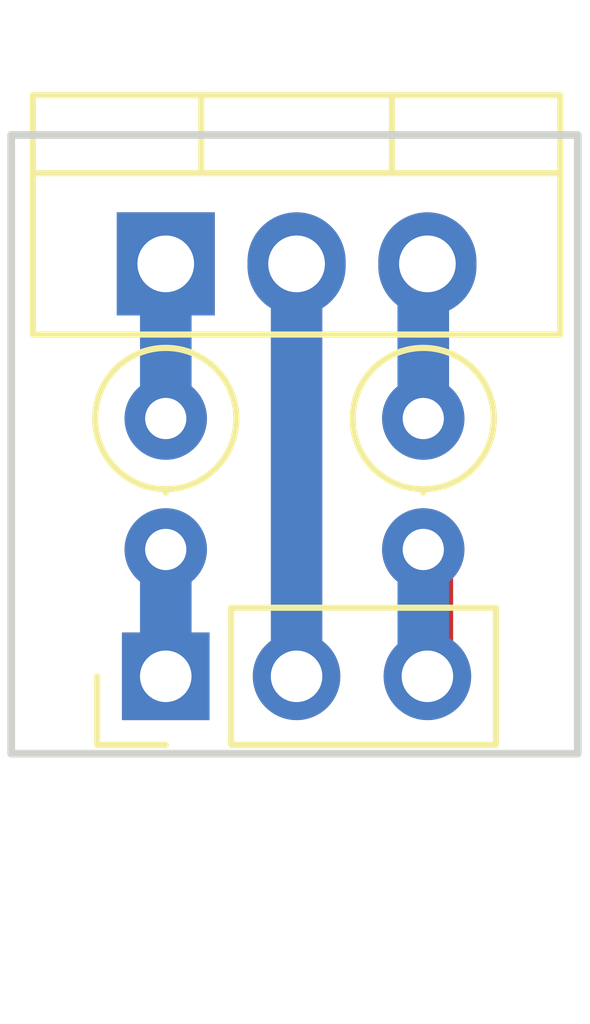
<source format=kicad_pcb>
(kicad_pcb (version 20171130) (host pcbnew "(5.0.0-3-g5ebb6b6)")

  (general
    (thickness 1.6)
    (drawings 4)
    (tracks 15)
    (zones 0)
    (modules 4)
    (nets 6)
  )

  (page A4)
  (layers
    (0 F.Cu signal)
    (31 B.Cu signal)
    (32 B.Adhes user)
    (33 F.Adhes user)
    (34 B.Paste user)
    (35 F.Paste user)
    (36 B.SilkS user)
    (37 F.SilkS user)
    (38 B.Mask user)
    (39 F.Mask user)
    (40 Dwgs.User user)
    (41 Cmts.User user)
    (42 Eco1.User user)
    (43 Eco2.User user)
    (44 Edge.Cuts user)
    (45 Margin user)
    (46 B.CrtYd user)
    (47 F.CrtYd user)
    (48 B.Fab user)
    (49 F.Fab user)
  )

  (setup
    (last_trace_width 1)
    (user_trace_width 1)
    (trace_clearance 0.2)
    (zone_clearance 0.508)
    (zone_45_only no)
    (trace_min 0.2)
    (segment_width 0.2)
    (edge_width 0.15)
    (via_size 0.8)
    (via_drill 0.4)
    (via_min_size 0.4)
    (via_min_drill 0.3)
    (uvia_size 0.3)
    (uvia_drill 0.1)
    (uvias_allowed no)
    (uvia_min_size 0.2)
    (uvia_min_drill 0.1)
    (pcb_text_width 0.3)
    (pcb_text_size 1.5 1.5)
    (mod_edge_width 0.15)
    (mod_text_size 1 1)
    (mod_text_width 0.15)
    (pad_size 1.524 1.524)
    (pad_drill 0.762)
    (pad_to_mask_clearance 0.2)
    (aux_axis_origin 0 0)
    (visible_elements FFFDFF7F)
    (pcbplotparams
      (layerselection 0x010c0_ffffffff)
      (usegerberextensions false)
      (usegerberattributes false)
      (usegerberadvancedattributes false)
      (creategerberjobfile false)
      (excludeedgelayer true)
      (linewidth 0.100000)
      (plotframeref false)
      (viasonmask false)
      (mode 1)
      (useauxorigin false)
      (hpglpennumber 1)
      (hpglpenspeed 20)
      (hpglpendiameter 15.000000)
      (psnegative false)
      (psa4output false)
      (plotreference false)
      (plotvalue false)
      (plotinvisibletext false)
      (padsonsilk false)
      (subtractmaskfromsilk false)
      (outputformat 1)
      (mirror false)
      (drillshape 0)
      (scaleselection 1)
      (outputdirectory "Gerbers"))
  )

  (net 0 "")
  (net 1 "Net-(J1-Pad1)")
  (net 2 "Net-(J1-Pad2)")
  (net 3 "Net-(J1-Pad3)")
  (net 4 "Net-(Q1-Pad1)")
  (net 5 "Net-(Q1-Pad3)")

  (net_class Default "This is the default net class."
    (clearance 0.2)
    (trace_width 0.25)
    (via_dia 0.8)
    (via_drill 0.4)
    (uvia_dia 0.3)
    (uvia_drill 0.1)
    (add_net "Net-(J1-Pad1)")
    (add_net "Net-(J1-Pad2)")
    (add_net "Net-(J1-Pad3)")
    (add_net "Net-(Q1-Pad1)")
    (add_net "Net-(Q1-Pad3)")
  )

  (module Connector_PinHeader_2.54mm:PinHeader_1x03_P2.54mm_Vertical (layer F.Cu) (tedit 5C1FBEAF) (tstamp 5C2BEF22)
    (at 127 80.5 90)
    (descr "Through hole straight pin header, 1x03, 2.54mm pitch, single row")
    (tags "Through hole pin header THT 1x03 2.54mm single row")
    (path /5C1FBCBE)
    (fp_text reference J1 (at 0 -2.33 90) (layer F.SilkS) hide
      (effects (font (size 1 1) (thickness 0.15)))
    )
    (fp_text value Conn_01x03_Male (at 0 7.41 90) (layer F.Fab)
      (effects (font (size 1 1) (thickness 0.15)))
    )
    (fp_line (start -0.635 -1.27) (end 1.27 -1.27) (layer F.Fab) (width 0.1))
    (fp_line (start 1.27 -1.27) (end 1.27 6.35) (layer F.Fab) (width 0.1))
    (fp_line (start 1.27 6.35) (end -1.27 6.35) (layer F.Fab) (width 0.1))
    (fp_line (start -1.27 6.35) (end -1.27 -0.635) (layer F.Fab) (width 0.1))
    (fp_line (start -1.27 -0.635) (end -0.635 -1.27) (layer F.Fab) (width 0.1))
    (fp_line (start -1.33 6.41) (end 1.33 6.41) (layer F.SilkS) (width 0.12))
    (fp_line (start -1.33 1.27) (end -1.33 6.41) (layer F.SilkS) (width 0.12))
    (fp_line (start 1.33 1.27) (end 1.33 6.41) (layer F.SilkS) (width 0.12))
    (fp_line (start -1.33 1.27) (end 1.33 1.27) (layer F.SilkS) (width 0.12))
    (fp_line (start -1.33 0) (end -1.33 -1.33) (layer F.SilkS) (width 0.12))
    (fp_line (start -1.33 -1.33) (end 0 -1.33) (layer F.SilkS) (width 0.12))
    (fp_line (start -1.8 -1.8) (end -1.8 6.85) (layer F.CrtYd) (width 0.05))
    (fp_line (start -1.8 6.85) (end 1.8 6.85) (layer F.CrtYd) (width 0.05))
    (fp_line (start 1.8 6.85) (end 1.8 -1.8) (layer F.CrtYd) (width 0.05))
    (fp_line (start 1.8 -1.8) (end -1.8 -1.8) (layer F.CrtYd) (width 0.05))
    (fp_text user %R (at 0 2.54 180) (layer F.Fab)
      (effects (font (size 1 1) (thickness 0.15)))
    )
    (pad 1 thru_hole rect (at 0 0 90) (size 1.7 1.7) (drill 1) (layers *.Cu *.Mask)
      (net 1 "Net-(J1-Pad1)"))
    (pad 2 thru_hole oval (at 0 2.54 90) (size 1.7 1.7) (drill 1) (layers *.Cu *.Mask)
      (net 2 "Net-(J1-Pad2)"))
    (pad 3 thru_hole oval (at 0 5.08 90) (size 1.7 1.7) (drill 1) (layers *.Cu *.Mask)
      (net 3 "Net-(J1-Pad3)"))
    (model ${KISYS3DMOD}/Connector_PinHeader_2.54mm.3dshapes/PinHeader_1x03_P2.54mm_Vertical.wrl
      (at (xyz 0 0 0))
      (scale (xyz 1 1 1))
      (rotate (xyz 0 0 0))
    )
  )

  (module Package_TO_SOT_THT:TO-220-3_Vertical (layer F.Cu) (tedit 5C20C06C) (tstamp 5C2CFD60)
    (at 127 72.5)
    (descr "TO-220-3, Vertical, RM 2.54mm, see https://www.vishay.com/docs/66542/to-220-1.pdf")
    (tags "TO-220-3 Vertical RM 2.54mm")
    (path /5C2152F1)
    (fp_text reference Q1 (at 2.54 -4.27) (layer F.SilkS) hide
      (effects (font (size 1 1) (thickness 0.15)))
    )
    (fp_text value Q_NMOS_GDS (at 2.54 2.5) (layer F.Fab)
      (effects (font (size 1 1) (thickness 0.15)))
    )
    (fp_line (start -2.46 -3.15) (end -2.46 1.25) (layer F.Fab) (width 0.1))
    (fp_line (start -2.46 1.25) (end 7.54 1.25) (layer F.Fab) (width 0.1))
    (fp_line (start 7.54 1.25) (end 7.54 -3.15) (layer F.Fab) (width 0.1))
    (fp_line (start 7.54 -3.15) (end -2.46 -3.15) (layer F.Fab) (width 0.1))
    (fp_line (start -2.46 -1.88) (end 7.54 -1.88) (layer F.Fab) (width 0.1))
    (fp_line (start 0.69 -3.15) (end 0.69 -1.88) (layer F.Fab) (width 0.1))
    (fp_line (start 4.39 -3.15) (end 4.39 -1.88) (layer F.Fab) (width 0.1))
    (fp_line (start -2.58 -3.27) (end 7.66 -3.27) (layer F.SilkS) (width 0.12))
    (fp_line (start -2.58 1.371) (end 7.66 1.371) (layer F.SilkS) (width 0.12))
    (fp_line (start -2.58 -3.27) (end -2.58 1.371) (layer F.SilkS) (width 0.12))
    (fp_line (start 7.66 -3.27) (end 7.66 1.371) (layer F.SilkS) (width 0.12))
    (fp_line (start -2.58 -1.76) (end 7.66 -1.76) (layer F.SilkS) (width 0.12))
    (fp_line (start 0.69 -3.27) (end 0.69 -1.76) (layer F.SilkS) (width 0.12))
    (fp_line (start 4.391 -3.27) (end 4.391 -1.76) (layer F.SilkS) (width 0.12))
    (fp_line (start -2.71 -3.4) (end -2.71 1.51) (layer F.CrtYd) (width 0.05))
    (fp_line (start -2.71 1.51) (end 7.79 1.51) (layer F.CrtYd) (width 0.05))
    (fp_line (start 7.79 1.51) (end 7.79 -3.4) (layer F.CrtYd) (width 0.05))
    (fp_line (start 7.79 -3.4) (end -2.71 -3.4) (layer F.CrtYd) (width 0.05))
    (fp_text user %R (at 2.54 -4.27) (layer F.Fab)
      (effects (font (size 1 1) (thickness 0.15)))
    )
    (pad 1 thru_hole rect (at 0 0) (size 1.905 2) (drill 1.1) (layers *.Cu *.Mask)
      (net 4 "Net-(Q1-Pad1)"))
    (pad 2 thru_hole oval (at 2.54 0) (size 1.905 2) (drill 1.1) (layers *.Cu *.Mask)
      (net 2 "Net-(J1-Pad2)"))
    (pad 3 thru_hole oval (at 5.08 0) (size 1.905 2) (drill 1.1) (layers *.Cu *.Mask)
      (net 5 "Net-(Q1-Pad3)"))
    (model ${KISYS3DMOD}/Package_TO_SOT_THT.3dshapes/TO-220-3_Vertical.wrl
      (at (xyz 0 0 0))
      (scale (xyz 1 1 1))
      (rotate (xyz 0 0 0))
    )
  )

  (module Resistor_THT:R_Axial_DIN0207_L6.3mm_D2.5mm_P2.54mm_Vertical (layer F.Cu) (tedit 5C20C075) (tstamp 5C2CFD6F)
    (at 127 75.5 270)
    (descr "Resistor, Axial_DIN0207 series, Axial, Vertical, pin pitch=2.54mm, 0.25W = 1/4W, length*diameter=6.3*2.5mm^2, http://cdn-reichelt.de/documents/datenblatt/B400/1_4W%23YAG.pdf")
    (tags "Resistor Axial_DIN0207 series Axial Vertical pin pitch 2.54mm 0.25W = 1/4W length 6.3mm diameter 2.5mm")
    (path /5C21552C)
    (fp_text reference R1 (at 1.27 -2.37 270) (layer F.SilkS) hide
      (effects (font (size 1 1) (thickness 0.15)))
    )
    (fp_text value R (at 1.27 2.37 270) (layer F.Fab)
      (effects (font (size 1 1) (thickness 0.15)))
    )
    (fp_circle (center 0 0) (end 1.25 0) (layer F.Fab) (width 0.1))
    (fp_circle (center 0 0) (end 1.37 0) (layer F.SilkS) (width 0.12))
    (fp_line (start 0 0) (end 2.54 0) (layer F.Fab) (width 0.1))
    (fp_line (start 1.37 0) (end 1.44 0) (layer F.SilkS) (width 0.12))
    (fp_line (start -1.5 -1.5) (end -1.5 1.5) (layer F.CrtYd) (width 0.05))
    (fp_line (start -1.5 1.5) (end 3.59 1.5) (layer F.CrtYd) (width 0.05))
    (fp_line (start 3.59 1.5) (end 3.59 -1.5) (layer F.CrtYd) (width 0.05))
    (fp_line (start 3.59 -1.5) (end -1.5 -1.5) (layer F.CrtYd) (width 0.05))
    (fp_text user %R (at 1.27 -2.37 270) (layer F.Fab)
      (effects (font (size 1 1) (thickness 0.15)))
    )
    (pad 1 thru_hole circle (at 0 0 270) (size 1.6 1.6) (drill 0.8) (layers *.Cu *.Mask)
      (net 4 "Net-(Q1-Pad1)"))
    (pad 2 thru_hole oval (at 2.54 0 270) (size 1.6 1.6) (drill 0.8) (layers *.Cu *.Mask)
      (net 1 "Net-(J1-Pad1)"))
    (model ${KISYS3DMOD}/Resistor_THT.3dshapes/R_Axial_DIN0207_L6.3mm_D2.5mm_P2.54mm_Vertical.wrl
      (at (xyz 0 0 0))
      (scale (xyz 1 1 1))
      (rotate (xyz 0 0 0))
    )
  )

  (module Resistor_THT:R_Axial_DIN0207_L6.3mm_D2.5mm_P2.54mm_Vertical (layer F.Cu) (tedit 5C20C070) (tstamp 5C2CFD7E)
    (at 132 75.5 270)
    (descr "Resistor, Axial_DIN0207 series, Axial, Vertical, pin pitch=2.54mm, 0.25W = 1/4W, length*diameter=6.3*2.5mm^2, http://cdn-reichelt.de/documents/datenblatt/B400/1_4W%23YAG.pdf")
    (tags "Resistor Axial_DIN0207 series Axial Vertical pin pitch 2.54mm 0.25W = 1/4W length 6.3mm diameter 2.5mm")
    (path /5C21558C)
    (fp_text reference R2 (at 1.27 -2.37 270) (layer F.SilkS) hide
      (effects (font (size 1 1) (thickness 0.15)))
    )
    (fp_text value R (at 1.27 2.37 270) (layer F.Fab)
      (effects (font (size 1 1) (thickness 0.15)))
    )
    (fp_text user %R (at 1.27 -2.37 270) (layer F.Fab)
      (effects (font (size 1 1) (thickness 0.15)))
    )
    (fp_line (start 3.59 -1.5) (end -1.5 -1.5) (layer F.CrtYd) (width 0.05))
    (fp_line (start 3.59 1.5) (end 3.59 -1.5) (layer F.CrtYd) (width 0.05))
    (fp_line (start -1.5 1.5) (end 3.59 1.5) (layer F.CrtYd) (width 0.05))
    (fp_line (start -1.5 -1.5) (end -1.5 1.5) (layer F.CrtYd) (width 0.05))
    (fp_line (start 1.37 0) (end 1.44 0) (layer F.SilkS) (width 0.12))
    (fp_line (start 0 0) (end 2.54 0) (layer F.Fab) (width 0.1))
    (fp_circle (center 0 0) (end 1.37 0) (layer F.SilkS) (width 0.12))
    (fp_circle (center 0 0) (end 1.25 0) (layer F.Fab) (width 0.1))
    (pad 2 thru_hole oval (at 2.54 0 270) (size 1.6 1.6) (drill 0.8) (layers *.Cu *.Mask)
      (net 3 "Net-(J1-Pad3)"))
    (pad 1 thru_hole circle (at 0 0 270) (size 1.6 1.6) (drill 0.8) (layers *.Cu *.Mask)
      (net 5 "Net-(Q1-Pad3)"))
    (model ${KISYS3DMOD}/Resistor_THT.3dshapes/R_Axial_DIN0207_L6.3mm_D2.5mm_P2.54mm_Vertical.wrl
      (at (xyz 0 0 0))
      (scale (xyz 1 1 1))
      (rotate (xyz 0 0 0))
    )
  )

  (gr_line (start 135 70) (end 124 70) (layer Edge.Cuts) (width 0.15))
  (gr_line (start 135 82) (end 135 70) (layer Edge.Cuts) (width 0.15))
  (gr_line (start 124 82) (end 135 82) (layer Edge.Cuts) (width 0.15))
  (gr_line (start 124 70) (end 124 82) (layer Edge.Cuts) (width 0.15))

  (segment (start 127 80.5) (end 127 78.04) (width 1) (layer F.Cu) (net 1) (status 30))
  (segment (start 127 80.5) (end 127 78.04) (width 1) (layer B.Cu) (net 1))
  (segment (start 129.54 72.5) (end 129.54 80.5) (width 1) (layer F.Cu) (net 2) (status 30))
  (segment (start 129.54 72.5) (end 129.54 80.5) (width 1) (layer B.Cu) (net 2))
  (segment (start 132.065 79.985) (end 132.08 80) (width 1) (layer F.Cu) (net 3) (status 30))
  (segment (start 132.08 78.12) (end 132 78.04) (width 1) (layer F.Cu) (net 3) (status 30))
  (segment (start 132.08 80.5) (end 132.08 78.12) (width 1) (layer F.Cu) (net 3) (status 30))
  (segment (start 132 80.42) (end 132.08 80.5) (width 1) (layer B.Cu) (net 3))
  (segment (start 132 78.04) (end 132 80.42) (width 1) (layer B.Cu) (net 3))
  (segment (start 127 75.5) (end 127 72.5) (width 1) (layer F.Cu) (net 4) (status 30))
  (segment (start 127 75.5) (end 127 72.5) (width 1) (layer B.Cu) (net 4))
  (segment (start 132 72.58) (end 132.08 72.5) (width 1) (layer F.Cu) (net 5) (status 30))
  (segment (start 132 75.5) (end 132 72.58) (width 1) (layer F.Cu) (net 5) (status 30))
  (segment (start 132 72.58) (end 132.08 72.5) (width 1) (layer B.Cu) (net 5))
  (segment (start 132 75.5) (end 132 72.58) (width 1) (layer B.Cu) (net 5))

)

</source>
